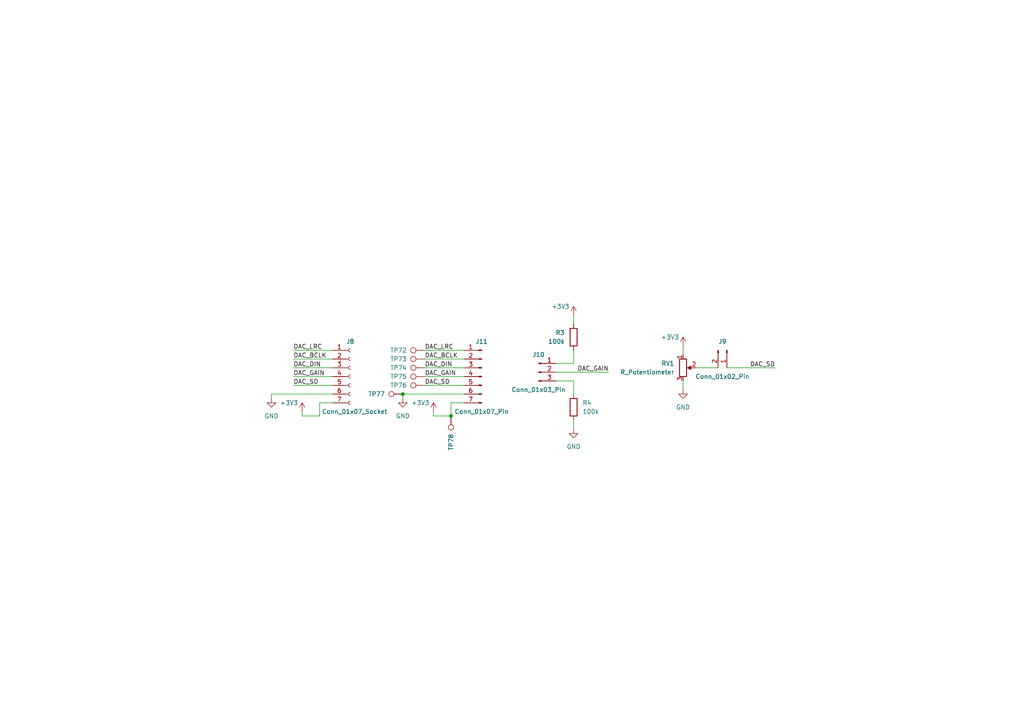
<source format=kicad_sch>
(kicad_sch (version 20231120) (generator "eeschema") (generator_version "8.0")
  (paper "A4")
  (title_block (title "Audio") (date "2024-07-18") (rev "Final"))
  (lib_symbols
    (symbol "Connector:Conn_01x02_Pin" (pin_names (offset 1.016) hide)
      (property "Reference" "J" (at 0 2.54 0))
      (property "Value" "Conn_01x02_Pin" (at 0 -5.08 0))
      (symbol "Conn_01x02_Pin_1_1"
        (polyline (pts (xy 1.27 -2.54) (xy 0.8636 -2.54)) (stroke (width 0.1524)))
        (polyline (pts (xy 1.27 0) (xy 0.8636 0)) (stroke (width 0.1524)))
        (rectangle (start 0.8636 -2.413) (end 0 -2.667) (stroke (width 0.1524)) (fill (type outline)))
        (rectangle (start 0.8636 0.127) (end 0 -0.127) (stroke (width 0.1524)) (fill (type outline)))
        (pin passive line (at 5.08 0 180) (length 3.81) (name "Pin_1") (number "1"))
        (pin passive line (at 5.08 -2.54 180) (length 3.81) (name "Pin_2") (number "2"))
      )
    )
    (symbol "Connector:Conn_01x03_Pin" (pin_names (offset 1.016) hide)
      (property "Reference" "J" (at 0 5.08 0))
      (property "Value" "Conn_01x03_Pin" (at 0 -5.08 0))
      (symbol "Conn_01x03_Pin_1_1"
        (polyline (pts (xy 1.27 -2.54) (xy 0.8636 -2.54)) (stroke (width 0.1524)))
        (polyline (pts (xy 1.27 0) (xy 0.8636 0)) (stroke (width 0.1524)))
        (polyline (pts (xy 1.27 2.54) (xy 0.8636 2.54)) (stroke (width 0.1524)))
        (rectangle (start 0.8636 -2.413) (end 0 -2.667) (stroke (width 0.1524)) (fill (type outline)))
        (rectangle (start 0.8636 0.127) (end 0 -0.127) (stroke (width 0.1524)) (fill (type outline)))
        (rectangle (start 0.8636 2.667) (end 0 2.413) (stroke (width 0.1524)) (fill (type outline)))
        (pin passive line (at 5.08 2.54 180) (length 3.81) (name "Pin_1") (number "1"))
        (pin passive line (at 5.08 0 180) (length 3.81) (name "Pin_2") (number "2"))
        (pin passive line (at 5.08 -2.54 180) (length 3.81) (name "Pin_3") (number "3"))
      )
    )
    (symbol "Connector:Conn_01x07_Pin" (pin_names (offset 1.016) hide)
      (property "Reference" "J" (at 0 10.16 0))
      (property "Value" "Conn_01x07_Pin" (at 0 -10.16 0))
      (symbol "Conn_01x07_Pin_1_1"
        (polyline (pts (xy 1.27 -7.62) (xy 0.8636 -7.62)) (stroke (width 0.1524)))
        (polyline (pts (xy 1.27 -5.08) (xy 0.8636 -5.08)) (stroke (width 0.1524)))
        (polyline (pts (xy 1.27 -2.54) (xy 0.8636 -2.54)) (stroke (width 0.1524)))
        (polyline (pts (xy 1.27 0) (xy 0.8636 0)) (stroke (width 0.1524)))
        (polyline (pts (xy 1.27 2.54) (xy 0.8636 2.54)) (stroke (width 0.1524)))
        (polyline (pts (xy 1.27 5.08) (xy 0.8636 5.08)) (stroke (width 0.1524)))
        (polyline (pts (xy 1.27 7.62) (xy 0.8636 7.62)) (stroke (width 0.1524)))
        (rectangle (start 0.8636 -7.493) (end 0 -7.747) (stroke (width 0.1524)) (fill (type outline)))
        (rectangle (start 0.8636 -4.953) (end 0 -5.207) (stroke (width 0.1524)) (fill (type outline)))
        (rectangle (start 0.8636 -2.413) (end 0 -2.667) (stroke (width 0.1524)) (fill (type outline)))
        (rectangle (start 0.8636 0.127) (end 0 -0.127) (stroke (width 0.1524)) (fill (type outline)))
        (rectangle (start 0.8636 2.667) (end 0 2.413) (stroke (width 0.1524)) (fill (type outline)))
        (rectangle (start 0.8636 5.207) (end 0 4.953) (stroke (width 0.1524)) (fill (type outline)))
        (rectangle (start 0.8636 7.747) (end 0 7.493) (stroke (width 0.1524)) (fill (type outline)))
        (pin passive line (at 5.08 7.62 180) (length 3.81) (name "Pin_1") (number "1"))
        (pin passive line (at 5.08 5.08 180) (length 3.81) (name "Pin_2") (number "2"))
        (pin passive line (at 5.08 2.54 180) (length 3.81) (name "Pin_3") (number "3"))
        (pin passive line (at 5.08 0 180) (length 3.81) (name "Pin_4") (number "4"))
        (pin passive line (at 5.08 -2.54 180) (length 3.81) (name "Pin_5") (number "5"))
        (pin passive line (at 5.08 -5.08 180) (length 3.81) (name "Pin_6") (number "6"))
        (pin passive line (at 5.08 -7.62 180) (length 3.81) (name "Pin_7") (number "7"))
      )
    )
    (symbol "Connector:Conn_01x07_Socket" (pin_names (offset 1.016) hide)
      (property "Reference" "J" (at 0 10.16 0))
      (property "Value" "Conn_01x07_Socket" (at 0 -10.16 0))
      (symbol "Conn_01x07_Socket_1_1"
        (arc (start 0 -7.112) (mid -0.5058 -7.62) (end 0 -8.128) (stroke (width 0.1524)))
        (arc (start 0 -4.572) (mid -0.5058 -5.08) (end 0 -5.588) (stroke (width 0.1524)))
        (arc (start 0 -2.032) (mid -0.5058 -2.54) (end 0 -3.048) (stroke (width 0.1524)))
        (polyline (pts (xy -1.27 -7.62) (xy -0.508 -7.62)) (stroke (width 0.1524)))
        (polyline (pts (xy -1.27 -5.08) (xy -0.508 -5.08)) (stroke (width 0.1524)))
        (polyline (pts (xy -1.27 -2.54) (xy -0.508 -2.54)) (stroke (width 0.1524)))
        (polyline (pts (xy -1.27 0) (xy -0.508 0)) (stroke (width 0.1524)))
        (polyline (pts (xy -1.27 2.54) (xy -0.508 2.54)) (stroke (width 0.1524)))
        (polyline (pts (xy -1.27 5.08) (xy -0.508 5.08)) (stroke (width 0.1524)))
        (polyline (pts (xy -1.27 7.62) (xy -0.508 7.62)) (stroke (width 0.1524)))
        (arc (start 0 0.508) (mid -0.5058 0) (end 0 -0.508) (stroke (width 0.1524)))
        (arc (start 0 3.048) (mid -0.5058 2.54) (end 0 2.032) (stroke (width 0.1524)))
        (arc (start 0 5.588) (mid -0.5058 5.08) (end 0 4.572) (stroke (width 0.1524)))
        (arc (start 0 8.128) (mid -0.5058 7.62) (end 0 7.112) (stroke (width 0.1524)))
        (pin passive line (at -5.08 7.62 0) (length 3.81) (name "Pin_1") (number "1"))
        (pin passive line (at -5.08 5.08 0) (length 3.81) (name "Pin_2") (number "2"))
        (pin passive line (at -5.08 2.54 0) (length 3.81) (name "Pin_3") (number "3"))
        (pin passive line (at -5.08 0 0) (length 3.81) (name "Pin_4") (number "4"))
        (pin passive line (at -5.08 -2.54 0) (length 3.81) (name "Pin_5") (number "5"))
        (pin passive line (at -5.08 -5.08 0) (length 3.81) (name "Pin_6") (number "6"))
        (pin passive line (at -5.08 -7.62 0) (length 3.81) (name "Pin_7") (number "7"))
      )
    )
    (symbol "Connector:TestPoint" (pin_numbers hide) (pin_names (offset 0.762) hide)
      (property "Reference" "TP" (at 0 6.858 0))
      (property "Value" "TestPoint" (at 0 5.08 0))
      (symbol "TestPoint_0_1"
        (circle (center 0 3.302) (radius 0.762))
      )
      (symbol "TestPoint_1_1"
        (pin passive line (at 0 0 90) (length 2.54) (name "1") (number "1"))
      )
    )
    (symbol "Device:R" (pin_numbers hide) (pin_names (offset 0))
      (property "Reference" "R" (at 2.032 0 90))
      (property "Value" "R" (at 0 0 90))
      (symbol "R_0_1"
        (rectangle (start -1.016 -2.54) (end 1.016 2.54) (stroke (width 0.254)))
      )
      (symbol "R_1_1"
        (pin passive line (at 0 3.81 270) (length 1.27) (name "~") (number "1"))
        (pin passive line (at 0 -3.81 90) (length 1.27) (name "~") (number "2"))
      )
    )
    (symbol "Device:R_Potentiometer" (pin_names (offset 1.016) hide)
      (property "Reference" "RV" (at -4.445 0 90))
      (property "Value" "R_Potentiometer" (at -2.54 0 90))
      (symbol "R_Potentiometer_0_1"
        (polyline (pts (xy 2.54 0) (xy 1.524 0)))
        (polyline (pts (xy 1.143 0) (xy 2.286 0.508) (xy 2.286 -0.508) (xy 1.143 0)) (fill (type outline)))
        (rectangle (start 1.016 2.54) (end -1.016 -2.54) (stroke (width 0.254)))
      )
      (symbol "R_Potentiometer_1_1"
        (pin passive line (at 0 3.81 270) (length 1.27) (name "1") (number "1"))
        (pin passive line (at 3.81 0 180) (length 1.27) (name "2") (number "2"))
        (pin passive line (at 0 -3.81 90) (length 1.27) (name "3") (number "3"))
      )
    )
    (symbol "power:+3V3" (power) (pin_names (offset 0))
      (property "Value" "+3V3" (at 0 3.556 0))
      (symbol "+3V3_0_1"
        (polyline (pts (xy -0.762 1.27) (xy 0 2.54)))
        (polyline (pts (xy 0 0) (xy 0 2.54)))
        (polyline (pts (xy 0 2.54) (xy 0.762 1.27)))
      )
      (symbol "+3V3_1_1"
        (pin power_in line (at 0 0 90) (length 0) hide (name "+3V3") (number "1"))
      )
    )
    (symbol "power:GND" (power) (pin_names (offset 0))
      (property "Value" "GND" (at 0 -3.81 0))
      (symbol "GND_0_1"
        (polyline (pts (xy 0 0) (xy 0 -1.27) (xy 1.27 -1.27) (xy 0 -2.54) (xy -1.27 -1.27) (xy 0 -1.27)))
      )
      (symbol "GND_1_1"
        (pin power_in line (at 0 0 270) (length 0) hide (name "GND") (number "1"))
      )
    )
  )
  (junction (at 116.84 114.3))
  (junction (at 130.81 120.65))
  (wire (pts (xy 85.09 101.6) (xy 96.52 101.6)))
  (wire (pts (xy 123.19 111.76) (xy 134.62 111.76)))
  (wire (pts (xy 85.09 106.68) (xy 96.52 106.68)))
  (wire (pts (xy 210.82 106.68) (xy 224.79 106.68)))
  (wire (pts (xy 166.37 121.92) (xy 166.37 124.46)))
  (wire (pts (xy 87.63 120.65) (xy 92.71 120.65)))
  (wire (pts (xy 130.81 116.84) (xy 130.81 120.65)))
  (wire (pts (xy 123.19 106.68) (xy 134.62 106.68)))
  (wire (pts (xy 78.74 114.3) (xy 96.52 114.3)))
  (wire (pts (xy 198.12 102.87) (xy 198.12 100.33)))
  (wire (pts (xy 125.73 120.65) (xy 130.81 120.65)))
  (wire (pts (xy 166.37 105.41) (xy 166.37 101.6)))
  (wire (pts (xy 87.63 119.38) (xy 87.63 120.65)))
  (wire (pts (xy 134.62 116.84) (xy 130.81 116.84)))
  (wire (pts (xy 116.84 114.3) (xy 134.62 114.3)))
  (wire (pts (xy 85.09 109.22) (xy 96.52 109.22)))
  (wire (pts (xy 166.37 93.98) (xy 166.37 91.44)))
  (wire (pts (xy 116.84 114.3) (xy 116.84 115.57)))
  (wire (pts (xy 198.12 110.49) (xy 198.12 113.03)))
  (wire (pts (xy 78.74 114.3) (xy 78.74 115.57)))
  (wire (pts (xy 161.29 107.95) (xy 176.53 107.95)))
  (wire (pts (xy 85.09 104.14) (xy 96.52 104.14)))
  (wire (pts (xy 92.71 116.84) (xy 96.52 116.84)))
  (wire (pts (xy 166.37 110.49) (xy 166.37 114.3)))
  (wire (pts (xy 201.93 106.68) (xy 208.28 106.68)))
  (wire (pts (xy 161.29 105.41) (xy 166.37 105.41)))
  (wire (pts (xy 123.19 104.14) (xy 134.62 104.14)))
  (wire (pts (xy 85.09 111.76) (xy 96.52 111.76)))
  (wire (pts (xy 161.29 110.49) (xy 166.37 110.49)))
  (wire (pts (xy 125.73 119.38) (xy 125.73 120.65)))
  (wire (pts (xy 123.19 109.22) (xy 134.62 109.22)))
  (wire (pts (xy 92.71 120.65) (xy 92.71 116.84)))
  (wire (pts (xy 123.19 101.6) (xy 134.62 101.6)))
  (label "DAC_LRC" (at 123.19 101.6 0))
  (label "DAC_BCLK" (at 85.09 104.14 0))
  (label "DAC_GAIN" (at 85.09 109.22 0))
  (label "DAC_DIN" (at 85.09 106.68 0))
  (label "DAC_SD" (at 85.09 111.76 0))
  (label "DAC_SD" (at 123.19 111.76 0))
  (label "DAC_DIN" (at 123.19 106.68 0))
  (label "DAC_LRC" (at 85.09 101.6 0))
  (label "DAC_BCLK" (at 123.19 104.14 0))
  (label "DAC_GAIN" (at 123.19 109.22 0))
  (label "DAC_SD" (at 224.79 106.68 180))
  (label "DAC_GAIN" (at 176.53 107.95 180))
  (symbol (lib_id "Connector:TestPoint") (at 123.19 101.6 90) (unit 1)
    (property "Reference" "TP72" (at 115.57 101.6 90))
    (property "Value" "TestPoint" (effects (hide yes)))
    (property "Footprint" "TestPoint:TestPoint_Pad_D1.5mm" (effects (hide yes)))
  )
  (symbol (lib_id "Connector:TestPoint") (at 116.84 114.3 90) (unit 1)
    (property "Reference" "TP77" (at 109.22 114.3 90))
    (property "Value" "TestPoint" (effects (hide yes)))
    (property "Footprint" "TestPoint:TestPoint_Pad_D1.5mm" (effects (hide yes)))
  )
  (symbol (lib_id "power:GND") (at 198.12 113.03 0) (unit 1)
    (property "Reference" "#PWR025" (effects (hide yes)))
    (property "Value" "GND" (at 198.12 118.11 0))
  )
  (symbol (lib_id "power:+3V3") (at 87.63 119.38 0) (unit 1)
    (property "Reference" "#PWR024" (effects (hide yes)))
    (property "Value" "+3V3" (at 83.82 116.84 0))
  )
  (symbol (lib_id "power:+3V3") (at 166.37 91.44 0) (unit 1)
    (property "Reference" "#PWR021" (effects (hide yes)))
    (property "Value" "+3V3" (at 162.56 88.9 0))
  )
  (symbol (lib_id "Connector:Conn_01x02_Pin") (at 210.82 101.6 270) (unit 1)
    (property "Reference" "J9" (at 209.55 99.06 90))
    (property "Value" "Conn_01x02_Pin" (at 209.55 109.22 90))
    (property "Footprint" "Connector_PinHeader_2.54mm:PinHeader_1x02_P2.54mm_Vertical" (effects (hide yes)))
  )
  (symbol (lib_id "Connector:TestPoint") (at 130.81 120.65 180) (unit 1)
    (property "Reference" "TP78" (at 130.81 128.27 90))
    (property "Value" "TestPoint" (effects (hide yes)))
    (property "Footprint" "TestPoint:TestPoint_Pad_D1.5mm" (effects (hide yes)))
  )
  (symbol (lib_id "Device:R") (at 166.37 97.79 0) (mirror x) (unit 1)
    (property "Reference" "R3" (at 163.83 96.52 0) (effects (justify right)))
    (property "Value" "100k" (at 163.83 99.06 0) (effects (justify right)))
    (property "Footprint" "Resistor_SMD:R_0402_1005Metric" (effects (hide yes)))
  )
  (symbol (lib_id "power:GND") (at 116.84 115.57 0) (unit 1)
    (property "Reference" "#PWR027" (effects (hide yes)))
    (property "Value" "GND" (at 116.84 120.65 0))
  )
  (symbol (lib_id "Connector:Conn_01x07_Socket") (at 101.6 109.22 0) (unit 1)
    (property "Reference" "J8" (at 101.6 99.06 0))
    (property "Value" "Conn_01x07_Socket" (at 102.87 119.38 0))
    (property "Footprint" "Connector_PinSocket_2.54mm:PinSocket_1x07_P2.54mm_Vertical" (effects (hide yes)))
  )
  (symbol (lib_id "Connector:TestPoint") (at 123.19 106.68 90) (unit 1)
    (property "Reference" "TP74" (at 115.57 106.68 90))
    (property "Value" "TestPoint" (effects (hide yes)))
    (property "Footprint" "TestPoint:TestPoint_Pad_D1.5mm" (effects (hide yes)))
  )
  (symbol (lib_id "power:+3V3") (at 198.12 100.33 0) (unit 1)
    (property "Reference" "#PWR023" (effects (hide yes)))
    (property "Value" "+3V3" (at 194.31 97.79 0))
  )
  (symbol (lib_id "power:+3V3") (at 125.73 119.38 0) (unit 1)
    (property "Reference" "#PWR028" (effects (hide yes)))
    (property "Value" "+3V3" (at 121.92 116.84 0))
  )
  (symbol (lib_id "Connector:TestPoint") (at 123.19 109.22 90) (unit 1)
    (property "Reference" "TP75" (at 115.57 109.22 90))
    (property "Value" "TestPoint" (effects (hide yes)))
    (property "Footprint" "TestPoint:TestPoint_Pad_D1.5mm" (effects (hide yes)))
  )
  (symbol (lib_id "power:GND") (at 166.37 124.46 0) (unit 1)
    (property "Reference" "#PWR026" (effects (hide yes)))
    (property "Value" "GND" (at 166.37 129.54 0))
  )
  (symbol (lib_id "Connector:TestPoint") (at 123.19 104.14 90) (unit 1)
    (property "Reference" "TP73" (at 115.57 104.14 90))
    (property "Value" "TestPoint" (effects (hide yes)))
    (property "Footprint" "TestPoint:TestPoint_Pad_D1.5mm" (effects (hide yes)))
  )
  (symbol (lib_id "Device:R_Potentiometer") (at 198.12 106.68 0) (unit 1)
    (property "Reference" "RV1" (at 195.58 105.41 0) (effects (justify right)))
    (property "Value" "R_Potentiometer" (at 195.58 107.95 0) (effects (justify right)))
    (property "Footprint" "Potentiometer_THT:Potentiometer_Bourns_3296W_Vertical" (effects (hide yes)))
  )
  (symbol (lib_id "Connector:TestPoint") (at 123.19 111.76 90) (unit 1)
    (property "Reference" "TP76" (at 115.57 111.76 90))
    (property "Value" "TestPoint" (effects (hide yes)))
    (property "Footprint" "TestPoint:TestPoint_Pad_D1.5mm" (effects (hide yes)))
  )
  (symbol (lib_id "Connector:Conn_01x03_Pin") (at 156.21 107.95 0) (unit 1)
    (property "Reference" "J10" (at 156.21 102.87 0))
    (property "Value" "Conn_01x03_Pin" (at 156.21 113.03 0))
    (property "Footprint" "Connector_PinHeader_2.54mm:PinHeader_1x03_P2.54mm_Vertical" (effects (hide yes)))
  )
  (symbol (lib_id "Device:R") (at 166.37 118.11 0) (unit 1)
    (property "Reference" "R4" (at 168.91 116.84 0) (effects (justify left)))
    (property "Value" "100k" (at 168.91 119.38 0) (effects (justify left)))
    (property "Footprint" "Resistor_SMD:R_0402_1005Metric" (effects (hide yes)))
  )
  (symbol (lib_id "power:GND") (at 78.74 115.57 0) (unit 1)
    (property "Reference" "#PWR022" (effects (hide yes)))
    (property "Value" "GND" (at 78.74 120.65 0))
  )
  (symbol (lib_id "Connector:Conn_01x07_Pin") (at 139.7 109.22 0) (mirror y) (unit 1)
    (property "Reference" "J11" (at 139.7 99.06 0))
    (property "Value" "Conn_01x07_Pin" (at 139.7 119.38 0))
    (property "Footprint" "Connector_PinHeader_2.54mm:PinHeader_1x07_P2.54mm_Vertical" (effects (hide yes)))
  )
)
</source>
